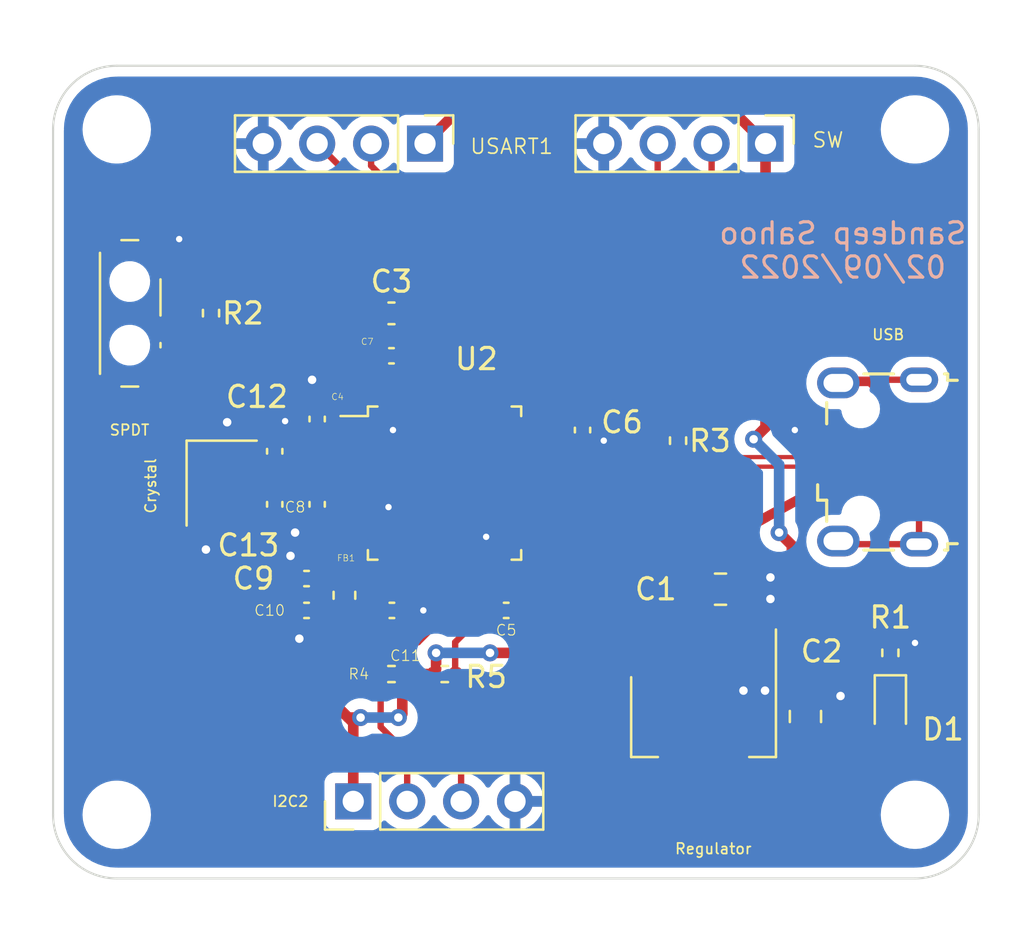
<source format=kicad_pcb>
(kicad_pcb (version 20211014) (generator pcbnew)
  (title_block (date "5/09/2022"))
  (layers (0 "F.Cu" signal) (31 "B.Cu" power) (34 "B.Paste" user) (35 "F.Paste" user) (36 "B.SilkS" user "B.Silkscreen") (37 "F.SilkS" user "F.Silkscreen") (38 "B.Mask" user) (39 "F.Mask" user) (44 "Edge.Cuts" user))
  (net 0 "")
  (net 1 "VBUS")
  (net 2 "GND")
  (net 3 "+3.3V")
  (net 4 "+3.3VA")
  (net 5 "/NRST")
  (net 6 "/HSE_IN")
  (net 7 "/HSE_OUT")
  (net 8 "/power led cathode")
  (net 9 "/USART1_TX")
  (net 10 "/USARTI_RX")
  (net 11 "/I2C2_SCL")
  (net 12 "/I2C2_SDA")
  (net 13 "/SWDIO")
  (net 14 "/SWCLK")
  (net 15 "/USB_D-")
  (net 16 "/USB_D+")
  (net 17 "/SWITCH_BOOT0")
  (net 18 "/BOOT0")
  (net 47 "unconnected-(J1-Pad6)")
  (footprint "Capacitor_SMD:C_0402_1005Metric" (layer "F.Cu") (at 127.24 91.848 90)
    (fp_text reference "C4" (at 1.048 0.96) (layer "F.SilkS") (effects (font (size 0.3 0.3) (thickness 0.03))))
    (fp_text value "100n")
    (fp_line (start -0.107836 0.36) (end 0.107836 0.36) (layer "F.SilkS") (width 0.12))
    (fp_line (start -0.107836 -0.36) (end 0.107836 -0.36) (layer "F.SilkS") (width 0.12))
    (pad "1" smd roundrect (at -0.48 0 90) (size 0.56 0.62) (layers "F.Cu" "F.Paste" "F.Mask") (net 3 "+3.3V"))
    (pad "2" smd roundrect (at 0.48 0 90) (size 0.56 0.62) (layers "F.Cu" "F.Paste" "F.Mask") (net 2 "GND"))
  )
  (footprint "MountingHole:MountingHole_2.2mm_M2" (layer "F.Cu") (at 117.8 110.5)
    (fp_text reference "H1")
    (fp_text value "MountingHole")
    (pad "" np_thru_hole circle (at 0 0) (size 2.2 2.2) (drill 2.2) (layers F&B.Cu *.Mask))
  )
  (footprint "MountingHole:MountingHole_2.2mm_M2" (layer "F.Cu") (at 155.4 78.2)
    (fp_text reference "H3")
    (fp_text value "MountingHole")
    (pad "" np_thru_hole circle (at 0 0) (size 2.2 2.2) (drill 2.2) (layers F&B.Cu *.Mask))
  )
  (footprint "Connector_PinHeader_2.54mm:PinHeader_1x04_P2.54mm_Vertical" (layer "F.Cu") (at 128.94 109.868 90)
    (fp_text reference "I2C2" (at 0 -2.96 180) (layer "F.SilkS") (effects (font (size 0.5 0.5) (thickness 0.08))))
    (fp_text value "Conn_01x04_Male")
    (fp_line (start -1.33 1.27) (end 1.33 1.27) (layer "F.SilkS") (width 0.12))
    (fp_line (start 1.33 1.27) (end 1.33 8.95) (layer "F.SilkS") (width 0.12))
    (fp_line (start -1.33 0) (end -1.33 -1.33) (layer "F.SilkS") (width 0.12))
    (fp_line (start -1.33 1.27) (end -1.33 8.95) (layer "F.SilkS") (width 0.12))
    (fp_line (start -1.33 8.95) (end 1.33 8.95) (layer "F.SilkS") (width 0.12))
    (fp_line (start -1.33 -1.33) (end 0 -1.33) (layer "F.SilkS") (width 0.12))
    (pad "1" thru_hole rect (at 0 0 90) (size 1.7 1.7) (drill 1) (layers *.Cu *.Mask) (net 3 "+3.3V"))
    (pad "2" thru_hole oval (at 0 2.54 90) (size 1.7 1.7) (drill 1) (layers *.Cu *.Mask) (net 11 "/I2C2_SCL"))
    (pad "3" thru_hole oval (at 0 5.08 90) (size 1.7 1.7) (drill 1) (layers *.Cu *.Mask) (net 12 "/I2C2_SDA"))
    (pad "4" thru_hole oval (at 0 7.62 90) (size 1.7 1.7) (drill 1) (layers *.Cu *.Mask) (net 2 "GND"))
  )
  (footprint "MountingHole:MountingHole_2.2mm_M2" (layer "F.Cu") (at 117.8 78.2)
    (fp_text reference "H4")
    (fp_text value "MountingHole")
    (pad "" np_thru_hole circle (at 0 0) (size 2.2 2.2) (drill 2.2) (layers *.Cu *.Mask))
  )
  (footprint "Capacitor_SMD:C_0402_1005Metric" (layer "F.Cu") (at 127.24 95.868 90)
    (fp_text reference "C8" (at -0.132 -1.04 180) (layer "F.SilkS") (effects (font (size 0.5 0.5) (thickness 0.05))))
    (fp_text value "10n")
    (fp_line (start -0.107836 -0.36) (end 0.107836 -0.36) (layer "F.SilkS") (width 0.12))
    (fp_line (start -0.107836 0.36) (end 0.107836 0.36) (layer "F.SilkS") (width 0.12))
    (pad "1" smd roundrect (at -0.48 0 90) (size 0.56 0.62) (layers "F.Cu" "F.Paste" "F.Mask") (net 4 "+3.3VA"))
    (pad "2" smd roundrect (at 0.48 0 90) (size 0.56 0.62) (layers "F.Cu" "F.Paste" "F.Mask") (net 2 "GND"))
  )
  (footprint "Capacitor_SMD:C_0805_2012Metric" (layer "F.Cu") (at 150.24 105.868 90)
    (fp_text reference "C2" (at 3.068 0.76 180) (layer "F.SilkS"))
    (fp_text value "20u")
    (fp_line (start -0.261252 0.735) (end 0.261252 0.735) (layer "F.SilkS") (width 0.12))
    (fp_line (start -0.261252 -0.735) (end 0.261252 -0.735) (layer "F.SilkS") (width 0.12))
    (pad "1" smd roundrect (at -0.95 0 90) (size 1 1.45) (layers "F.Cu" "F.Paste" "F.Mask") (net 3 "+3.3V"))
    (pad "2" smd roundrect (at 0.95 0 90) (size 1 1.45) (layers "F.Cu" "F.Paste" "F.Mask") (net 2 "GND"))
  )
  (footprint "Capacitor_SMD:C_0402_1005Metric" (layer "F.Cu") (at 139.74 92.368 -90)
    (fp_text reference "C6" (at -0.368 -1.86) (layer "F.SilkS"))
    (fp_text value "100n")
    (fp_line (start -0.107836 -0.36) (end 0.107836 -0.36) (layer "F.SilkS") (width 0.12))
    (fp_line (start -0.107836 0.36) (end 0.107836 0.36) (layer "F.SilkS") (width 0.12))
    (pad "1" smd roundrect (at -0.48 0 270) (size 0.56 0.62) (layers "F.Cu" "F.Paste" "F.Mask") (net 3 "+3.3V"))
    (pad "2" smd roundrect (at 0.48 0 270) (size 0.56 0.62) (layers "F.Cu" "F.Paste" "F.Mask") (net 2 "GND"))
  )
  (footprint "Capacitor_SMD:C_0402_1005Metric" (layer "F.Cu") (at 130.74 88.868)
    (fp_text reference "C7" (at -1.14 -0.668) (layer "F.SilkS") (effects (font (size 0.3 0.3) (thickness 0.03))))
    (fp_text value "100n")
    (fp_line (start -0.107836 0.36) (end 0.107836 0.36) (layer "F.SilkS") (width 0.12))
    (fp_line (start -0.107836 -0.36) (end 0.107836 -0.36) (layer "F.SilkS") (width 0.12))
    (pad "1" smd roundrect (at -0.48 0) (size 0.56 0.62) (layers "F.Cu" "F.Paste" "F.Mask") (net 3 "+3.3V"))
    (pad "2" smd roundrect (at 0.48 0) (size 0.56 0.62) (layers "F.Cu" "F.Paste" "F.Mask") (net 2 "GND"))
  )
  (footprint "Resistor_SMD:R_0402_1005Metric" (layer "F.Cu") (at 122.24 86.858 90)
    (fp_text reference "R2" (at -0.01 1.5) (layer "F.SilkS"))
    (fp_text value "10k")
    (fp_line (start -0.153641 0.38) (end 0.153641 0.38) (layer "F.SilkS") (width 0.12))
    (fp_line (start -0.153641 -0.38) (end 0.153641 -0.38) (layer "F.SilkS") (width 0.12))
    (pad "1" smd roundrect (at -0.51 0 90) (size 0.54 0.64) (layers "F.Cu" "F.Paste" "F.Mask") (net 17 "/SWITCH_BOOT0"))
    (pad "2" smd roundrect (at 0.51 0 90) (size 0.54 0.64) (layers "F.Cu" "F.Paste" "F.Mask") (net 18 "/BOOT0"))
  )
  (footprint "Capacitor_SMD:C_0805_2012Metric" (layer "F.Cu") (at 146.24 99.868)
    (fp_text reference "C1" (at -3.05 0) (layer "F.SilkS"))
    (fp_text value "20u")
    (fp_line (start -0.261252 -0.735) (end 0.261252 -0.735) (layer "F.SilkS") (width 0.12))
    (fp_line (start -0.261252 0.735) (end 0.261252 0.735) (layer "F.SilkS") (width 0.12))
    (pad "1" smd roundrect (at -0.95 0) (size 1 1.45) (layers "F.Cu" "F.Paste" "F.Mask") (net 1 "VBUS"))
    (pad "2" smd roundrect (at 0.95 0) (size 1 1.45) (layers "F.Cu" "F.Paste" "F.Mask") (net 2 "GND"))
  )
  (footprint "Resistor_SMD:R_0402_1005Metric" (layer "F.Cu") (at 144.24 92.868 -90)
    (fp_text reference "R3" (at 0.01 -1.5) (layer "F.SilkS"))
    (fp_text value "1.5")
    (fp_line (start -0.153641 -0.38) (end 0.153641 -0.38) (layer "F.SilkS") (width 0.12))
    (fp_line (start -0.153641 0.38) (end 0.153641 0.38) (layer "F.SilkS") (width 0.12))
    (pad "1" smd roundrect (at -0.51 0 270) (size 0.54 0.64) (layers "F.Cu" "F.Paste" "F.Mask") (net 3 "+3.3V"))
    (pad "2" smd roundrect (at 0.51 0 270) (size 0.54 0.64) (layers "F.Cu" "F.Paste" "F.Mask") (net 16 "/USB_D+"))
  )
  (footprint "Capacitor_SMD:C_0402_1005Metric" (layer "F.Cu") (at 126.74 100.868 180)
    (fp_text reference "C10" (at 1.74 0) (layer "F.SilkS") (effects (font (size 0.5 0.5) (thickness 0.05))))
    (fp_text value "1u")
    (fp_line (start -0.107836 0.36) (end 0.107836 0.36) (layer "F.SilkS") (width 0.12))
    (fp_line (start -0.107836 -0.36) (end 0.107836 -0.36) (layer "F.SilkS") (width 0.12))
    (pad "1" smd roundrect (at -0.48 0 180) (size 0.56 0.62) (layers "F.Cu" "F.Paste" "F.Mask") (net 3 "+3.3V"))
    (pad "2" smd roundrect (at 0.48 0 180) (size 0.56 0.62) (layers "F.Cu" "F.Paste" "F.Mask") (net 2 "GND"))
  )
  (footprint "Connector_USB:USB_Micro-B_Wuerth_629105150521" (layer "F.Cu") (at 153.64 93.873 90)
    (fp_text reference "USB" (at 6 0.5 180) (layer "F.SilkS") (effects (font (size 0.5 0.5) (thickness 0.08))))
    (fp_text value "USB_B_Micro")
    (fp_line (start 4.15 3.3) (end 4.15 3.15) (layer "F.SilkS") (width 0.15))
    (fp_line (start -4.15 3.3) (end -3.85 3.3) (layer "F.SilkS") (width 0.15))
    (fp_line (start -3.85 3.3) (end -3.85 3.75) (layer "F.SilkS") (width 0.15))
    (fp_line (start 4.15 0.75) (end 4.15 -0.65) (layer "F.SilkS") (width 0.15))
    (fp_line (start 1.8 -2.4) (end 2.8 -2.4) (layer "F.SilkS") (width 0.15))
    (fp_line (start -1.8 -2.825) (end -1.8 -2.4) (layer "F.SilkS") (width 0.15))
    (fp_line (start 3.85 3.3) (end 4.15 3.3) (layer "F.SilkS") (width 0.15))
    (fp_line (start -1.8 -2.4) (end -2.8 -2.4) (layer "F.SilkS") (width 0.15))
    (fp_line (start -1.075 -2.825) (end -1.8 -2.825) (layer "F.SilkS") (width 0.15))
    (fp_line (start 3.85 3.75) (end 3.85 3.3) (layer "F.SilkS") (width 0.15))
    (fp_line (start -4.15 -0.65) (end -4.15 0.75) (layer "F.SilkS") (width 0.15))
    (fp_line (start -4.15 3.15) (end -4.15 3.3) (layer "F.SilkS") (width 0.15))
    (pad "" np_thru_hole oval (at -2.5 -0.8 90) (size 0.8 0.8) (drill 0.8) (layers *.Cu *.Mask))
    (pad "" np_thru_hole oval (at 2.5 -0.8 90) (size 0.8 0.8) (drill 0.8) (layers *.Cu *.Mask))
    (pad "1" smd rect (at -1.3 -1.9 90) (size 0.45 1.3) (layers "F.Cu" "F.Paste" "F.Mask") (net 1 "VBUS"))
    (pad "2" smd rect (at -0.65 -1.9 90) (size 0.45 1.3) (layers "F.Cu" "F.Paste" "F.Mask") (net 15 "/USB_D-"))
    (pad "3" smd rect (at 0 -1.9 90) (size 0.45 1.3) (layers "F.Cu" "F.Paste" "F.Mask") (net 16 "/USB_D+"))
    (pad "4" smd rect (at 0.65 -1.9 90) (size 0.45 1.3) (layers "F.Cu" "F.Paste" "F.Mask"))
    (pad "5" smd rect (at 1.3 -1.9 90) (size 0.45 1.3) (layers "F.Cu" "F.Paste" "F.Mask") (net 2 "GND"))
    (pad "6" thru_hole oval (at -3.875 1.95 90) (size 1.15 1.8) (drill oval 0.55 1.2) (layers *.Cu *.Mask) (net 47 "unconnected-(J1-Pad6)"))
    (pad "6" thru_hole oval (at 3.875 1.95 90) (size 1.15 1.8) (drill oval 0.55 1.2) (layers *.Cu *.Mask) (net 47 "unconnected-(J1-Pad6)"))
    (pad "6" thru_hole oval (at -3.725 -1.85 90) (size 1.45 2) (drill oval 0.85 1.4) (layers *.Cu *.Mask) (net 47 "unconnected-(J1-Pad6)"))
    (pad "6" thru_hole oval (at 3.725 -1.85 90) (size 1.45 2) (drill oval 0.85 1.4) (layers *.Cu *.Mask) (net 47 "unconnected-(J1-Pad6)"))
  )
  (footprint "Capacitor_SMD:C_0402_1005Metric" (layer "F.Cu") (at 125.24 93.368 90)
    (fp_text reference "C12" (at 2.568 -0.84 180) (layer "F.SilkS"))
    (fp_text value "10p")
    (fp_line (start -0.107836 0.36) (end 0.107836 0.36) (layer "F.SilkS") (width 0.12))
    (fp_line (start -0.107836 -0.36) (end 0.107836 -0.36) (layer "F.SilkS") (width 0.12))
    (pad "1" smd roundrect (at -0.48 0 90) (size 0.56 0.62) (layers "F.Cu" "F.Paste" "F.Mask") (net 6 "/HSE_IN"))
    (pad "2" smd roundrect (at 0.48 0 90) (size 0.56 0.62) (layers "F.Cu" "F.Paste" "F.Mask") (net 2 "GND"))
  )
  (footprint "Connector_PinHeader_2.54mm:PinHeader_1x04_P2.54mm_Vertical" (layer "F.Cu") (at 132.32 78.868 -90)
    (fp_text reference "USART1" (at 0.132 -4.08 180) (layer "F.SilkS") (effects (font (size 0.7 0.7) (thickness 0.08))))
    (fp_text value "Conn_01x04_Male")
    (fp_line (start -1.33 1.27) (end 1.33 1.27) (layer "F.SilkS") (width 0.12))
    (fp_line (start -1.33 -1.33) (end 0 -1.33) (layer "F.SilkS") (width 0.12))
    (fp_line (start -1.33 8.95) (end 1.33 8.95) (layer "F.SilkS") (width 0.12))
    (fp_line (start 1.33 1.27) (end 1.33 8.95) (layer "F.SilkS") (width 0.12))
    (fp_line (start -1.33 1.27) (end -1.33 8.95) (layer "F.SilkS") (width 0.12))
    (fp_line (start -1.33 0) (end -1.33 -1.33) (layer "F.SilkS") (width 0.12))
    (pad "1" thru_hole rect (at 0 0 270) (size 1.7 1.7) (drill 1) (layers *.Cu *.Mask) (net 3 "+3.3V"))
    (pad "2" thru_hole oval (at 0 2.54 270) (size 1.7 1.7) (drill 1) (layers *.Cu *.Mask) (net 9 "/USART1_TX"))
    (pad "3" thru_hole oval (at 0 5.08 270) (size 1.7 1.7) (drill 1) (layers *.Cu *.Mask) (net 10 "/USARTI_RX"))
    (pad "4" thru_hole oval (at 0 7.62 270) (size 1.7 1.7) (drill 1) (layers *.Cu *.Mask) (net 2 "GND"))
  )
  (footprint "MountingHole:MountingHole_2.2mm_M2" (layer "F.Cu") (at 155.4 110.5)
    (fp_text reference "H2")
    (fp_text value "MountingHole")
    (pad "" np_thru_hole circle (at 0 0) (size 2.2 2.2) (drill 2.2) (layers F&B.Cu *.Mask))
  )
  (footprint "Resistor_SMD:R_0402_1005Metric" (layer "F.Cu") (at 133.25 103.868)
    (fp_text reference "R5" (at 1.95 0.132) (layer "F.SilkS"))
    (fp_text value "1.5")
    (fp_line (start -0.153641 0.38) (end 0.153641 0.38) (layer "F.SilkS") (width 0.12))
    (fp_line (start -0.153641 -0.38) (end 0.153641 -0.38) (layer "F.SilkS") (width 0.12))
    (pad "1" smd roundrect (at -0.51 0) (size 0.54 0.64) (layers "F.Cu" "F.Paste" "F.Mask") (net 3 "+3.3V"))
    (pad "2" smd roundrect (at 0.51 0) (size 0.54 0.64) (layers "F.Cu" "F.Paste" "F.Mask") (net 12 "/I2C2_SDA"))
  )
  (footprint "Capacitor_SMD:C_0603_1608Metric" (layer "F.Cu") (at 130.74 86.868)
    (fp_text reference "C3" (at 0 -1.5) (layer "F.SilkS"))
    (fp_text value "10u")
    (fp_line (start -0.14058 -0.51) (end 0.14058 -0.51) (layer "F.SilkS") (width 0.12))
    (fp_line (start -0.14058 0.51) (end 0.14058 0.51) (layer "F.SilkS") (width 0.12))
    (pad "1" smd roundrect (at -0.775 0) (size 0.9 0.95) (layers "F.Cu" "F.Paste" "F.Mask") (net 3 "+3.3V"))
    (pad "2" smd roundrect (at 0.775 0) (size 0.9 0.95) (layers "F.Cu" "F.Paste" "F.Mask") (net 2 "GND"))
  )
  (footprint "Capacitor_SMD:C_0402_1005Metric" (layer "F.Cu") (at 136.144 100.868 180)
    (fp_text reference "C5" (at 0 -0.932 180) (layer "F.SilkS") (effects (font (size 0.5 0.5) (thickness 0.05))))
    (fp_text value "100n")
    (fp_line (start -0.107836 -0.36) (end 0.107836 -0.36) (layer "F.SilkS") (width 0.12))
    (fp_line (start -0.107836 0.36) (end 0.107836 0.36) (layer "F.SilkS") (width 0.12))
    (pad "1" smd roundrect (at -0.48 0 180) (size 0.56 0.62) (layers "F.Cu" "F.Paste" "F.Mask") (net 3 "+3.3V"))
    (pad "2" smd roundrect (at 0.48 0 180) (size 0.56 0.62) (layers "F.Cu" "F.Paste" "F.Mask") (net 2 "GND"))
  )
  (footprint "Package_TO_SOT_SMD:SOT-223-3_TabPin2" (layer "F.Cu") (at 145.44 105.868 -90)
    (fp_text reference "Regulator" (at 6.232 -0.46 180) (layer "F.SilkS") (effects (font (size 0.5 0.5) (thickness 0.08))))
    (fp_text value "AMS1117-3.3")
    (fp_line (start 1.91 -3.41) (end 1.91 -2.15) (layer "F.SilkS") (width 0.12))
    (fp_line (start -1.85 3.41) (end 1.91 3.41) (layer "F.SilkS") (width 0.12))
    (fp_line (start 1.91 3.41) (end 1.91 2.15) (layer "F.SilkS") (width 0.12))
    (fp_line (start -4.1 -3.41) (end 1.91 -3.41) (layer "F.SilkS") (width 0.12))
    (pad "1" smd rect (at -3.15 -2.3 270) (size 2 1.5) (layers "F.Cu" "F.Paste" "F.Mask") (net 2 "GND"))
    (pad "2" smd rect (at -3.15 0 270) (size 2 1.5) (layers "F.Cu" "F.Paste" "F.Mask") (net 3 "+3.3V"))
    (pad "2" smd rect (at 3.15 0 270) (size 2 3.8) (layers "F.Cu" "F.Paste" "F.Mask") (net 3 "+3.3V"))
    (pad "3" smd rect (at -3.15 2.3 270) (size 2 1.5) (layers "F.Cu" "F.Paste" "F.Mask") (net 1 "VBUS"))
  )
  (footprint "Capacitor_SMD:C_0402_1005Metric" (layer "F.Cu") (at 130.76 100.868)
    (fp_text reference "C11" (at 0.64 2.132) (layer "F.SilkS") (effects (font (size 0.5 0.5) (thickness 0.05))))
    (fp_text value "100n")
    (fp_line (start -0.107836 -0.36) (end 0.107836 -0.36) (layer "F.SilkS") (width 0.12))
    (fp_line (start -0.107836 0.36) (end 0.107836 0.36) (layer "F.SilkS") (width 0.12))
    (pad "1" smd roundrect (at -0.48 0) (size 0.56 0.62) (layers "F.Cu" "F.Paste" "F.Mask") (net 5 "/NRST"))
    (pad "2" smd roundrect (at 0.48 0) (size 0.56 0.62) (layers "F.Cu" "F.Paste" "F.Mask") (net 2 "GND"))
  )
  (footprint "Package_QFP:LQFP-48_7x7mm_P0.5mm" (layer "F.Cu") (at 133.24 94.868)
    (fp_text reference "U2" (at 1.5 -5.85) (layer "F.SilkS"))
    (fp_text value "STM32F103C8T6")
    (fp_line (start -3.61 -3.61) (end -3.61 -3.16) (layer "F.SilkS") (width 0.12))
    (fp_line (start -3.16 -3.61) (end -3.61 -3.61) (layer "F.SilkS") (width 0.12))
    (fp_line (start 3.61 3.61) (end 3.61 3.16) (layer "F.SilkS") (width 0.12))
    (fp_line (start 3.16 -3.61) (end 3.61 -3.61) (layer "F.SilkS") (width 0.12))
    (fp_line (start -3.61 -3.16) (end -4.9 -3.16) (layer "F.SilkS") (width 0.12))
    (fp_line (start 3.61 -3.61) (end 3.61 -3.16) (layer "F.SilkS") (width 0.12))
    (fp_line (start 3.16 3.61) (end 3.61 3.61) (layer "F.SilkS") (width 0.12))
    (fp_line (start -3.61 3.61) (end -3.61 3.16) (layer "F.SilkS") (width 0.12))
    (fp_line (start -3.16 3.61) (end -3.61 3.61) (layer "F.SilkS") (width 0.12))
    (pad "1" smd roundrect (at -4.1625 -2.75) (size 1.475 0.3) (layers "F.Cu" "F.Paste" "F.Mask") (net 3 "+3.3V"))
    (pad "2" smd roundrect (at -4.1625 -2.25) (size 1.475 0.3) (layers "F.Cu" "F.Paste" "F.Mask"))
    (pad "3" smd roundrect (at -4.1625 -1.75) (size 1.475 0.3) (layers "F.Cu" "F.Paste" "F.Mask"))
    (pad "4" smd roundrect (at -4.1625 -1.25) (size 1.475 0.3) (layers "F.Cu" "F.Paste" "F.Mask"))
    (pad "5" smd roundrect (at -4.1625 -0.75) (size 1.475 0.3) (layers "F.Cu" "F.Paste" "F.Mask") (net 6 "/HSE_IN"))
    (pad "6" smd roundrect (at -4.1625 -0.25) (size 1.475 0.3) (layers "F.Cu" "F.Paste" "F.Mask") (net 7 "/HSE_OUT"))
    (pad "7" smd roundrect (at -4.1625 0.25) (size 1.475 0.3) (layers "F.Cu" "F.Paste" "F.Mask") (net 5 "/NRST"))
    (pad "8" smd roundrect (at -4.1625 0.75) (size 1.475 0.3) (layers "F.Cu" "F.Paste" "F.Mask") (net 2 "GND"))
    (pad "9" smd roundrect (at -4.1625 1.25) (size 1.475 0.3) (layers "F.Cu" "F.Paste" "F.Mask") (net 4 "+3.3VA"))
    (pad "10" smd roundrect (at -4.1625 1.75) (size 1.475 0.3) (layers "F.Cu" "F.Paste" "F.Mask"))
    (pad "11" smd roundrect (at -4.1625 2.25) (size 1.475 0.3) (layers "F.Cu" "F.Paste" "F.Mask"))
    (pad "12" smd roundrect (at -4.1625 2.75) (size 1.475 0.3) (layers "F.Cu" "F.Paste" "F.Mask"))
    (pad "13" smd roundrect (at -2.75 4.1625) (size 0.3 1.475) (layers "F.Cu" "F.Paste" "F.Mask"))
    (pad "14" smd roundrect (at -2.25 4.1625) (size 0.3 1.475) (layers "F.Cu" "F.Paste" "F.Mask"))
    (pad "15" smd roundrect (at -1.75 4.1625) (size 0.3 1.475) (layers "F.Cu" "F.Paste" "F.Mask"))
    (pad "16" smd roundrect (at -1.25 4.1625) (size 0.3 1.475) (layers "F.Cu" "F.Paste" "F.Mask"))
    (pad "17" smd roundrect (at -0.75 4.1625) (size 0.3 1.475) (layers "F.Cu" "F.Paste" "F.Mask"))
    (pad "18" smd roundrect (at -0.25 4.1625) (size 0.3 1.475) (layers "F.Cu" "F.Paste" "F.Mask"))
    (pad "19" smd roundrect (at 0.25 4.1625) (size 0.3 1.475) (layers "F.Cu" "F.Paste" "F.Mask"))
    (pad "20" smd roundrect (at 0.75 4.1625) (size 0.3 1.475) (layers "F.Cu" "F.Paste" "F.Mask"))
    (pad "21" smd roundrect (at 1.25 4.1625) (size 0.3 1.475) (layers "F.Cu" "F.Paste" "F.Mask") (net 11 "/I2C2_SCL"))
    (pad "22" smd roundrect (at 1.75 4.1625) (size 0.3 1.475) (layers "F.Cu" "F.Paste" "F.Mask") (net 12 "/I2C2_SDA"))
    (pad "23" smd roundrect (at 2.25 4.1625) (size 0.3 1.475) (layers "F.Cu" "F.Paste" "F.Mask") (net 2 "GND"))
    (pad "24" smd roundrect (at 2.75 4.1625) (size 0.3 1.475) (layers "F.Cu" "F.Paste" "F.Mask") (net 3 "+3.3V"))
    (pad "25" smd roundrect (at 4.1625 2.75) (size 1.475 0.3) (layers "F.Cu" "F.Paste" "F.Mask"))
    (pad "26" smd roundrect (at 4.1625 2.25) (size 1.475 0.3) (layers "F.Cu" "F.Paste" "F.Mask"))
    (pad "27" smd roundrect (at 4.1625 1.75) (size 1.475 0.3) (layers "F.Cu" "F.Paste" "F.Mask"))
    (pad "28" smd roundrect (at 4.1625 1.25) (size 1.475 0.3) (layers "F.Cu" "F.Paste" "F.Mask"))
    (pad "29" smd roundrect (at 4.1625 0.75) (size 1.475 0.3) (layers "F.Cu" "F.Paste" "F.Mask"))
    (pad "30" smd roundrect (at 4.1625 0.25) (size 1.475 0.3) (layers "F.Cu" "F.Paste" "F.Mask"))
    (pad "31" smd roundrect (at 4.1625 -0.25) (size 1.475 0.3) (layers "F.Cu" "F.Paste" "F.Mask"))
    (pad "32" smd roundrect (at 4.1625 -0.75) (size 1.475 0.3) (layers "F.Cu" "F.Paste" "F.Mask") (net 15 "/USB_D-"))
    (pad "33" smd roundrect (at 4.1625 -1.25) (size 1.475 0.3) (layers "F.Cu" "F.Paste" "F.Mask") (net 16 "/USB_D+"))
    (pad "34" smd roundrect (at 4.1625 -1.75) (size 1.475 0.3) (layers "F.Cu" "F.Paste" "F.Mask") (net 13 "/SWDIO"))
    (pad "35" smd roundrect (at 4.1625 -2.25) (size 1.475 0.3) (layers "F.Cu" "F.Paste" "F.Mask") (net 2 "GND"))
    (pad "36" smd roundrect (at 4.1625 -2.75) (size 1.475 0.3) (layers "F.Cu" "F.Paste" "F.Mask") (net 3 "+3.3V"))
    (pad "37" smd roundrect (at 2.75 -4.1625) (size 0.3 1.475) (layers "F.Cu" "F.Paste" "F.Mask") (net 14 "/SWCLK"))
    (pad "38" smd roundrect (at 2.25 -4.1625) (size 0.3 1.475) (layers "F.Cu" "F.Paste" "F.Mask"))
    (pad "39" smd roundrect (at 1.75 -4.1625) (size 0.3 1.475) (layers "F.Cu" "F.Paste" "F.Mask"))
    (pad "40" smd roundrect (at 1.25 -4.1625) (size 0.3 1.475) (layers "F.Cu" "F.Paste" "F.Mask"))
    (pad "41" smd roundrect (at 0.75 -4.1625) (size 0.3 1.475) (layers "F.Cu" "F.Paste" "F.Mask"))
    (pad "42" smd roundrect (at 0.25 -4.1625) (size 0.3 1.475) (layers "F.Cu" "F.Paste" "F.Mask") (net 9 "/USART1_TX"))
    (pad "43" smd roundrect (at -0.25 -4.1625) (size 0.3 1.475) (layers "F.Cu" "F.Paste" "F.Mask") (net 10 "/USARTI_RX"))
    (pad "44" smd roundrect (at -0.75 -4.1625) (size 0.3 1.475) (layers "F.Cu" "F.Paste" "F.Mask") (net 18 "/BOOT0"))
    (pad "45" smd roundrect (at -1.25 -4.1625) (size 0.3 1.475) (layers "F.Cu" "F.Paste" "F.Mask"))
    (pad "46" smd roundrect (at -1.75 -4.1625) (size 0.3 1.475) (layers "F.Cu" "F.Paste" "F.Mask"))
    (pad "47" smd roundrect (at -2.25 -4.1625) (size 0.3 1.475) (layers "F.Cu" "F.Paste" "F.Mask") (net 2 "GND"))
    (pad "48" smd roundrect (at -2.75 -4.1625) (size 0.3 1.475) (layers "F.Cu" "F.Paste" "F.Mask") (net 3 "+3.3V"))
  )
  (footprint "Resistor_SMD:R_0402_1005Metric" (layer "F.Cu") (at 130.74 103.868 180)
    (fp_text reference "R4" (at 1.54 0) (layer "F.SilkS") (effects (font (size 0.5 0.5) (thickness 0.05))))
    (fp_text value "1.5")
    (fp_line (start -0.153641 -0.38) (end 0.153641 -0.38) (layer "F.SilkS") (width 0.12))
    (fp_line (start -0.153641 0.38) (end 0.153641 0.38) (layer "F.SilkS") (width 0.12))
    (pad "1" smd roundrect (at -0.51 0 180) (size 0.54 0.64) (layers "F.Cu" "F.Paste" "F.Mask") (net 3 "+3.3V"))
    (pad "2" smd roundrect (at 0.51 0 180) (size 0.54 0.64) (layers "F.Cu" "F.Paste" "F.Mask") (net 11 "/I2C2_SCL"))
  )
  (footprint "Connector_PinHeader_2.54mm:PinHeader_1x04_P2.54mm_Vertical" (layer "F.Cu") (at 148.36 78.868 -90)
    (fp_text reference "SW" (at -0.168 -2.94 180) (layer "F.SilkS") (effects (font (size 0.7 0.7) (thickness 0.08))))
    (fp_text value "Conn_01x04_Male")
    (fp_line (start -1.33 8.95) (end 1.33 8.95) (layer "F.SilkS") (width 0.12))
    (fp_line (start -1.33 -1.33) (end 0 -1.33) (layer "F.SilkS") (width 0.12))
    (fp_line (start -1.33 1.27) (end -1.33 8.95) (layer "F.SilkS") (width 0.12))
    (fp_line (start 1.33 1.27) (end 1.33 8.95) (layer "F.SilkS") (width 0.12))
    (fp_line (start -1.33 0) (end -1.33 -1.33) (layer "F.SilkS") (width 0.12))
    (fp_line (start -1.33 1.27) (end 1.33 1.27) (layer "F.SilkS") (width 0.12))
    (pad "1" thru_hole rect (at 0 0 270) (size 1.7 1.7) (drill 1) (layers *.Cu *.Mask) (net 3 "+3.3V"))
    (pad "2" thru_hole oval (at 0 2.54 270) (size 1.7 1.7) (drill 1) (layers *.Cu *.Mask) (net 13 "/SWDIO"))
    (pad "3" thru_hole oval (at 0 5.08 270) (size 1.7 1.7) (drill 1) (layers *.Cu *.Mask) (net 14 "/SWCLK"))
    (pad "4" thru_hole oval (at 0 7.62 270) (size 1.7 1.7) (drill 1) (layers *.Cu *.Mask) (net 2 "GND"))
  )
  (footprint "LED_SMD:LED_0603_1608Metric" (layer "F.Cu") (at 154.24 105.41 -90)
    (fp_text reference "D1" (at 1.066 -2.478 180) (layer "F.SilkS"))
    (fp_text value "RED")
    (fp_line (start 0.8 -0.735) (end -1.485 -0.735) (layer "F.SilkS") (width 0.12))
    (fp_line (start -1.485 -0.735) (end -1.485 0.735) (layer "F.SilkS") (width 0.12))
    (fp_line (start -1.485 0.735) (end 0.8 0.735) (layer "F.SilkS") (width 0.12))
    (pad "1" smd roundrect (at -0.7875 0 270) (size 0.875 0.95) (layers "F.Cu" "F.Paste" "F.Mask") (net 8 "/power led cathode"))
    (pad "2" smd roundrect (at 0.7875 0 270) (size 0.875 0.95) (layers "F.Cu" "F.Paste" "F.Mask") (net 3 "+3.3V"))
  )
  (footprint "Capacitor_SMD:C_0402_1005Metric" (layer "F.Cu") (at 126.74 99.368 180)
    (fp_text reference "C9" (at 2.5 0) (layer "F.SilkS"))
    (fp_text value "1u")
    (fp_line (start -0.107836 -0.36) (end 0.107836 -0.36) (layer "F.SilkS") (width 0.12))
    (fp_line (start -0.107836 0.36) (end 0.107836 0.36) (layer "F.SilkS") (width 0.12))
    (pad "1" smd roundrect (at -0.48 0 180) (size 0.56 0.62) (layers "F.Cu" "F.Paste" "F.Mask") (net 4 "+3.3VA"))
    (pad "2" smd roundrect (at 0.48 0 180) (size 0.56 0.62) (layers "F.Cu" "F.Paste" "F.Mask") (net 2 "GND"))
  )
  (footprint "Resistor_SMD:R_0402_1005Metric" (layer "F.Cu") (at 154.24 102.868 90)
    (fp_text reference "R1" (at 1.668 0 180) (layer "F.SilkS"))
    (fp_text value "1.5")
    (fp_line (start -0.153641 0.38) (end 0.153641 0.38) (layer "F.SilkS") (width 0.12))
    (fp_line (start -0.153641 -0.38) (end 0.153641 -0.38) (layer "F.SilkS") (width 0.12))
    (pad "1" smd roundrect (at -0.51 0 90) (size 0.54 0.64) (layers "F.Cu" "F.Paste" "F.Mask") (net 8 "/power led cathode"))
    (pad "2" smd roundrect (at 0.51 0 90) (size 0.54 0.64) (layers "F.Cu" "F.Paste" "F.Mask") (net 2 "GND"))
  )
  (footprint "Inductor_SMD:L_0603_1608Metric" (layer "F.Cu") (at 128.524 100.1555 90)
    (fp_text reference "FB1" (at 1.7555 0.076) (layer "F.SilkS") (effects (font (size 0.3 0.3) (thickness 0.03))))
    (fp_text value "120R")
    (fp_line (start -0.162779 -0.51) (end 0.162779 -0.51) (layer "F.SilkS") (width 0.12))
    (fp_line (start -0.162779 0.51) (end 0.162779 0.51) (layer "F.SilkS") (width 0.12))
    (pad "1" smd roundrect (at -0.7875 0 90) (size 0.875 0.95) (layers "F.Cu" "F.Paste" "F.Mask") (net 3 "+3.3V"))
    (pad "2" smd roundrect (at 0.7875 0 90) (size 0.875 0.95) (layers "F.Cu" "F.Paste" "F.Mask") (net 4 "+3.3VA"))
  )
  (footprint "Crystal:Crystal_SMD_3225-4Pin_3.2x2.5mm" (layer "F.Cu") (at 122.74 94.868 -90)
    (fp_text reference "Crystal" (at 0.132 3.34 90) (layer "F.SilkS") (effects (font (size 0.5 0.5) (thickness 0.08))))
    (fp_text value "16MHz")
    (fp_line (start -2 1.65) (end 2 1.65) (layer "F.SilkS") (width 0.12))
    (fp_line (start -2 -1.65) (end -2 1.65) (layer "F.SilkS") (width 0.12))
    (pad "1" smd rect (at -1.1 0.85 270) (size 1.4 1.2) (layers "F.Cu" "F.Paste" "F.Mask") (net 6 "/HSE_IN"))
    (pad "2" smd rect (at 1.1 0.85 270) (size 1.4 1.2) (layers "F.Cu" "F.Paste" "F.Mask") (net 2 "GND"))
    (pad "3" smd rect (at 1.1 -0.85 270) (size 1.4 1.2) (layers "F.Cu" "F.Paste" "F.Mask") (net 7 "/HSE_OUT"))
    (pad "4" smd rect (at -1.1 -0.85 270) (size 1.4 1.2) (layers "F.Cu" "F.Paste" "F.Mask") (net 2 "GND"))
  )
  (footprint "Button_Switch_SMD:SW_SPDT_PCM12" (layer "F.Cu") (at 118.74 86.868 -90)
    (fp_text reference "SPDT" (at 5.5 0.34 180) (layer "F.SilkS") (effects (font (size 0.5 0.5) (thickness 0.08))))
    (fp_text value "SW_SPDT")
    (fp_line (start 3.45 0.72) (end 3.45 -0.07) (layer "F.SilkS") (width 0.12))
    (fp_line (start -3.45 -0.07) (end -3.45 0.72) (layer "F.SilkS") (width 0.12))
    (fp_line (start -1.6 -1.12) (end 0.1 -1.12) (layer "F.SilkS") (width 0.12))
    (fp_line (start -2.85 1.73) (end 2.85 1.73) (layer "F.SilkS") (width 0.12))
    (fp_line (start 1.4 -1.12) (end 1.6 -1.12) (layer "F.SilkS") (width 0.12))
    (pad "" np_thru_hole circle (at -1.5 0.33 270) (size 0.9 0.9) (drill 0.9) (layers *.Cu *.Mask))
    (pad "" smd rect (at 3.65 -0.78 270) (size 1 0.8) (layers "F.Cu" "F.Paste" "F.Mask"))
    (pad "" np_thru_hole circle (at 1.5 0.33 270) (size 0.9 0.9) (drill 0.9) (layers *.Cu *.Mask))
    (pad "" smd rect (at 3.65 1.43 270) (size 1 0.8) (layers "F.Cu" "F.Paste" "F.Mask"))
    (pad "" smd rect (at -3.65 -0.78 270) (size 1 0.8) (layers "F.Cu" "F.Paste" "F.Mask"))
    (pad "" smd rect (at -3.65 1.43 270) (size 1 0.8) (layers "F.Cu" "F.Paste" "F.Mask"))
    (pad "1" smd rect (at -2.25 -1.43 270) (size 0.7 1.5) (layers "F.Cu" "F.Paste" "F.Mask") (net 2 "GND"))
    (pad "2" smd rect (at 0.75 -1.43 270) (size 0.7 1.5) (layers "F.Cu" "F.Paste" "F.Mask") (net 17 "/SWITCH_BOOT0"))
    (pad "3" smd rect (at 2.25 -1.43 270) (size 0.7 1.5) (layers "F.Cu" "F.Paste" "F.Mask") (net 3 "+3.3V"))
  )
  (footprint "Capacitor_SMD:C_0402_1005Metric" (layer "F.Cu") (at 125.24 95.868 -90)
    (fp_text reference "C13" (at 1.932 1.24) (layer "F.SilkS"))
    (fp_text value "10p")
    (fp_line (start -0.107836 -0.36) (end 0.107836 -0.36) (layer "F.SilkS") (width 0.12))
    (fp_line (start -0.107836 0.36) (end 0.107836 0.36) (layer "F.SilkS") (width 0.12))
    (pad "1" smd roundrect (at -0.48 0 270) (size 0.56 0.62) (layers "F.Cu" "F.Paste" "F.Mask") (net 7 "/HSE_OUT"))
    (pad "2" smd roundrect (at 0.48 0 270) (size 0.56 0.62) (layers "F.Cu" "F.Paste" "F.Mask") (net 2 "GND"))
  )
  (gr_line (start 117.8 75.2) (end 155.4 75.2) (layer "Edge.Cuts") (width 0.1))
  (gr_arc (start 158.4 110.5) (mid 157.52132 112.62132) (end 155.4 113.5) (layer "Edge.Cuts") (width 0.1))
  (gr_arc (start 117.8 113.5) (mid 115.67868 112.62132) (end 114.8 110.5) (layer "Edge.Cuts") (width 0.1))
  (gr_arc (start 114.8 78.2) (mid 115.67868 76.07868) (end 117.8 75.2) (layer "Edge.Cuts") (width 0.1))
  (gr_line (start 158.4 78.2) (end 158.4 110.5) (layer "Edge.Cuts") (width 0.1))
  (gr_line (start 114.8 110.5) (end 114.8 78.2) (layer "Edge.Cuts") (width 0.1))
  (gr_line (start 155.4 113.5) (end 117.8 113.5) (layer "Edge.Cuts") (width 0.1))
  (gr_arc (start 155.4 75.2) (mid 157.52132 76.07868) (end 158.4 78.2) (layer "Edge.Cuts") (width 0.1))
  (gr_text "Sandeep Sahoo\n02/09/2022" (at 152 83.9) (layer "B.SilkS") (effects (font (size 1 1)) (justify mirror)))
  (segment (start 126.2 102) (end 126.4 102.2) (width 0.3) (layer "F.Cu") (net 2))
  (segment (start 130.99 92.188) (end 130.99 90.7055) (width 0.25) (layer "F.Cu") (net 2))
  (segment (start 126.26 99.368) (end 126.26 98.574) (width 0.3) (layer "F.Cu") (net 2))
  (segment (start 131.24 88.888) (end 131.22 88.868) (width 0.3) (layer "F.Cu") (net 2))
  (segment (start 130.81 92.368) (end 130.99 92.188) (width 0.25) (layer "F.Cu") (net 2))
  (segment (start 125.24 92.888) (end 125.24 92.438) (width 0.25) (layer "F.Cu") (net 2))
  (segment (start 138.49 92.618) (end 138.74 92.868) (width 0.3) (layer "F.Cu") (net 2))
  (segment (start 137.4025 92.618) (end 138.49 92.618) (width 0.3) (layer "F.Cu") (net 2))
  (segment (start 123.59 92.59) (end 123 92) (width 0.5) (layer "F.Cu") (net 2))
  (segment (start 128.008959 95.388) (end 128.238959 95.618) (width 0.3) (layer "F.Cu") (net 2))
  (segment (start 127.24 95.388) (end 128.008959 95.388) (width 0.3) (layer "F.Cu") (net 2))
  (segment (start 135.76 100.868) (end 135.49 100.598) (width 0.25) (layer "F.Cu") (net 2))
  (segment (start 130.99 90.7055) (end 130.99 89.618) (width 0.3) (layer "F.Cu") (net 2))
  (segment (start 149.945 92.573) (end 149.74 92.368) (width 0.3) (layer "F.Cu") (net 2))
  (segment (start 139.72 92.868) (end 139.74 92.848) (width 0.3) (layer "F.Cu") (net 2))
  (segment (start 139.74 92.848) (end 140.72 92.848) (width 0.3) (layer "F.Cu") (net 2))
  (segment (start 131.515 86.868) (end 131.515 87.593) (width 0.5) (layer "F.Cu") (net 2))
  (segment (start 126.2 97.2) (end 125.348 96.348) (width 0.3) (layer "F.Cu") (net 2))
  (segment (start 131.515 87.593) (end 131.22 87.888) (width 0.5) (layer "F.Cu") (net 2))
  (segment (start 125.348 96.348) (end 125.24 96.348) (width 0.3) (layer "F.Cu") (net 2))
  (segment (start 126.26 100.868) (end 126.26 100.86) (width 0.3) (layer "F.Cu") (net 2))
  (segment (start 135.49 97.69) (end 135.49 99.0305) (width 0.25) (layer "F.Cu") (net 2))
  (segment (start 126.26 100.86) (end 126.2 100.8) (width 0.3) (layer "F.Cu") (net 2))
  (segment (start 130.218 95.618) (end 129.0775 95.618) (width 0.3) (layer "F.Cu") (net 2))
  (segment (start 128.238959 95.618) (end 129.0775 95.618) (width 0.3) (layer "F.Cu") (net 2))
  (segment (start 120.74 84.048) (end 120.74 83.368) (width 0.5) (layer "F.Cu") (net 2))
  (segment (start 130.99 89.618) (end 131.24 89.368) (width 0.3) (layer "F.Cu") (net 2))
  (segment (start 131.22 87.888) (end 131.22 88.868) (width 0.5) (layer "F.Cu") (net 2))
  (segment (start 151.74 92.573) (end 149.945 92.573) (width 0.3) (layer "F.Cu") (net 2))
  (segment (start 126.26 98.574) (end 125.984 98.298) (width 0.3) (layer "F.Cu") (net 2))
  (segment (start 121.89 97.89) (end 122 98) (width 0.5) (layer "F.Cu") (net 2))
  (segment (start 155.358 102.358) (end 154.24 102.358) (width 0.25) (layer "F.Cu") (net 2))
  (segment (start 121.89 95.968) (end 121.89 97.89) (width 0.5) (layer "F.Cu") (net 2))
  (segment (start 120.17 84.618) (end 120.74 84.048) (width 0.5) (layer "F.Cu") (net 2))
  (segment (start 135.49 100.598) (end 135.49 99.0305) (width 0.25) (layer "F.Cu") (net 2))
  (segment (start 155.4 102.4) (end 155.358 102.358) (width 0.25) (layer "F.Cu") (net 2))
  (segment (start 123.59 93.768) (end 123.59 92.59) (width 0.5) (layer "F.Cu") (net 2))
  (segment (start 131.24 89.368) (end 131.24 88.888) (width 0.3) (layer "F.Cu") (net 2))
  (segment (start 127.24 91.368) (end 127.24 90.24) (width 0.5) (layer "F.Cu") (net 2))
  (segment (start 126.2 100.8) (end 126.2 102) (width 0.3) (layer "F.Cu") (net 2))
  (segment (start 127.24 90.24) (end 127 90) (width 0.5) (layer "F.Cu") (net 2))
  (segment (start 138.74 92.868) (end 139.72 92.868) (width 0.3) (layer "F.Cu") (net 2))
  (segment (start 140.72 92.848) (end 140.74 92.868) (width 0.3) (layer "F.Cu") (net 2))
  (segment (start 131.24 100.868) (end 132.24 100.868) (width 0.5) (layer "F.Cu") (net 2))
  (segment (start 130.6 96) (end 130.218 95.618) (width 0.3) (layer "F.Cu") (net 2))
  (segment (start 125.24 92.438) (end 125.73 91.948) (width 0.25) (layer "F.Cu") (net 2))
  (segment (start 135.2 97.4) (end 135.49 97.69) (width 0.25) (layer "F.Cu") (net 2))
  (via (at 149.74 92.368) (size 0.7) (drill 0.3) (layers "F.Cu" "B.Cu") (net 2))
  (via (at 122 98) (size 0.8) (drill 0.4) (layers "F.Cu" "B.Cu") (net 2))
  (via (at 140.74 92.868) (size 0.7) (drill 0.3) (layers "F.Cu" "B.Cu") (net 2))
  (via (at 126.4 102.2) (size 0.8) (drill 0.4) (layers "F.Cu" "B.Cu") (net 2))
  (via (at 151.892 104.902) (size 0.8) (drill 0.4) (layers "F.Cu" "B.Cu") (net 2))
  (via (at 148.59 99.314) (size 0.8) (drill 0.4) (layers "F.Cu" "B.Cu") (net 2))
  (via (at 132.24 100.868) (size 0.7) (drill 0.3) (layers "F.Cu" "B.Cu") (net 2))
  (via (at 123 92) (size 0.8) (drill 0.4) (layers "F.Cu" "B.Cu") (net 2))
  (via (at 125.984 98.298) (size 0.8) (drill 0.4) (layers "F.Cu" "B.Cu") (net 2))
  (via (at 120.74 83.368) (size 0.7) (drill 0.3) (layers "F.Cu" "B.Cu") (net 2))
  (via (at 130.81 92.368) (size 0.7) (drill 0.3) (layers "F.Cu" "B.Cu") (net 2))
  (via (at 147.32 104.648) (size 0.8) (drill 0.4) (layers "F.Cu" "B.Cu") (net 2))
  (via (at 135.2 97.4) (size 0.7) (drill 0.3) (layers "F.Cu" "B.Cu") (net 2))
  (via (at 126.2 97.2) (size 0.8) (drill 0.4) (layers "F.Cu" "B.Cu") (net 2))
  (via (at 148.336 104.648) (size 0.8) (drill 0.4) (layers "F.Cu" "B.Cu") (net 2))
  (via (at 130.6 96) (size 0.7) (drill 0.3) (layers "F.Cu" "B.Cu") (net 2))
  (via (at 125.73 91.948) (size 0.7) (drill 0.3) (layers "F.Cu" "B.Cu") (net 2))
  (via (at 127 90) (size 0.8) (drill 0.4) (layers "F.Cu" "B.Cu") (net 2))
  (via (at 155.4 102.4) (size 0.7) (drill 0.3) (layers "F.Cu" "B.Cu") (net 2))
  (via (at 148.59 100.33) (size 0.8) (drill 0.4) (layers "F.Cu" "B.Cu") (net 2))
  (segment (start 128.6095 88.2235) (end 129.0775 88.6915) (width 0.5) (layer "F.Cu") (net 3))
  (segment (start 127.715 89.118) (end 128.6095 88.2235) (width 0.5) (layer "F.Cu") (net 3))
  (segment (start 148.36 90.04) (end 146.558 90.04) (width 0.5) (layer "F.Cu") (net 3))
  (segment (start 132.32 78.868) (end 134.226 76.962) (width 0.5) (layer "F.Cu") (net 3))
  (segment (start 148.36 87.44) (end 148.36 78.868) (width 0.5) (layer "F.Cu") (net 3))
  (segment (start 128.94 106.15937) (end 127.849315 105.068685) (width 0.5) (layer "F.Cu") (net 3))
  (segment (start 138.49 92.118) (end 138.74 91.868) (width 0.3) (layer "F.Cu") (net 3))
  (segment (start 137.4025 92.118) (end 138.49 92.118) (width 0.3) (layer "F.Cu") (net 3))
  (segment (start 136.624 99.6645) (end 135.99 99.0305) (width 0.25) (layer "F.Cu") (net 3))
  (segment (start 149.6 97.8) (end 149 97.2) (width 0.5) (layer "F.Cu") (net 3))
  (segment (start 152.516 108.596) (end 149.86 111.252) (width 0.5) (layer "F.Cu") (net 3))
  (segment (start 139.72 91.868) (end 139.74 91.888) (width 0.3) (layer "F.Cu") (net 3))
  (segment (start 134.226 76.962) (end 146.454 76.962) (width 0.5) (layer "F.Cu") (net 3))
  (segment (start 132.74 103.868) (end 131.25 103.868) (width 0.5) (layer "F.Cu") (net 3))
  (segment (start 126.890315 104.109685) (end 120.37 97.589371) (width 0.5) (layer "F.Cu") (net 3))
  (segment (start 127.22 100.868) (end 128.449 100.868) (width 0.5) (layer "F.Cu") (net 3))
  (segment (start 155.0025 106.1975) (end 156.4 104.8) (width 0.5) (layer "F.Cu") (net 3))
  (segment (start 120.37 97.589371) (end 120.37 89.318) (width 0.5) (layer "F.Cu") (net 3))
  (segment (start 144.188 87.44) (end 139.74 91.888) (width 0.5) (layer "F.Cu") (net 3))
  (segment (start 129.965 87.593) (end 130.26 87.888) (width 0.5) (layer "F.Cu") (net 3))
  (segment (start 139.446 109.728) (end 139.446 103.69) (width 0.5) (layer "F.Cu") (net 3))
  (segment (start 128.698629 105.918) (end 127.849315 105.068685) (width 0.5) (layer "F.Cu") (net 3))
  (segment (start 129.0775 88.6915) (end 129.0775 92.018) (width 0.5) (layer "F.Cu") (net 3))
  (segment (start 128.238959 92.118) (end 129.0775 92.118) (width 0.3) (layer "F.Cu") (net 3))
  (segment (start 127.24 92.328) (end 128.028959 92.328) (width 0.3) (layer "F.Cu") (net 3))
  (segment (start 128.449 100.868) (end 128.524 100.943) (width 0.5) (layer "F.Cu") (net 3))
  (segment (start 146.558 90.04) (end 144.24 92.358) (width 0.5) (layer "F.Cu") (net 3))
  (segment (start 120.17 89.118) (end 127.715 89.118) (width 0.5) (layer "F.Cu") (net 3))
  (segment (start 128.524 102.476) (end 126.890315 104.109685) (width 0.5) (layer "F.Cu") (net 3))
  (segment (start 127.849315 105.068685) (end 126.890315 104.109685) (width 0.5) (layer "F.Cu") (net 3))
  (segment (start 129.286 105.918) (end 128.698629 105.918) (width 0.5) (layer "F.Cu") (net 3))
  (segment (start 128.524 100.943) (end 128.524 102.476) (width 0.5) (layer "F.Cu") (net 3))
  (segment (start 150.24 106.818) (end 152.516 106.818) (width 0.5) (layer "F.Cu") (net 3))
  (segment (start 147.8 92.8) (end 148.36 92.24) (width 0.5) (layer "F.Cu") (net 3))
  (segment (start 149.6 99) (end 149.6 97.8) (width 0.5) (layer "F.Cu") (net 3))
  (segment (start 128.028959 92.328) (end 128.238959 92.118) (width 0.3) (layer "F.Cu") (net 3))
  (segment (start 138.655 102.899) (end 136.624 100.868) (width 0.5) (layer "F.Cu") (net 3))
  (segment (start 130.26 87.888) (end 130.26 88.868) (width 0.5) (layer "F.Cu") (net 3))
  (segment (start 129.965 86.868) (end 129.965 87.593) (width 0.5) (layer "F.Cu") (net 3))
  (segment (start 152.516 106.818) (end 152.516 108.596) (width 0.5) (layer "F.Cu") (net 3))
  (segment (start 132.842 102.87) (end 132.842 103.632) (width 0.5) (layer "F.Cu") (net 3))
  (segment (start 150.4 99.8) (end 149.6 99) (width 0.5) (layer "F.Cu") (net 3))
  (segment (start 138.655 102.899) (end 138.626 102.87) (width 0.5) (layer "F.Cu") (net 3))
  (segment (start 148.36 87.44) (end 144.188 87.44) (width 0.5) (layer "F.Cu") (net 3))
  (segment (start 128.6095 88.2235) (end 129.965 86.868) (width 0.5) (layer "F.Cu") (net 3))
  (segment (start 156.4 100.4) (end 155.8 99.8) (width 0.5) (layer "F.Cu") (net 3))
  (segment (start 131.25 103.868) (end 131.25 105.732) (width 0.5) (layer "F.Cu") (net 3))
  (segment (start 152.516 106.818) (end 153.6195 106.818) (width 0.5) (layer "F.Cu") (net 3))
  (segment (start 139.446 103.69) (end 138.655 102.899) (width 0.5) (layer "F.Cu") (net 3))
  (segment (start 130.49 89.618) (end 130.24 89.368) (width 0.3) (layer "F.Cu") (net 3))
  (segment (start 128.94 109.868) (end 128.94 106.15937) (width 0.5) (layer "F.Cu") (net 3))
  (segment (start 130.49 90.7055) (end 130.49 89.618) (width 0.3) (layer "F.Cu") (net 3))
  (segment (start 130.24 88.888) (end 130.26 88.868) (width 0.3) (layer "F.Cu") (net 3))
  (segment (start 153.6195 106.818) (end 154.24 106.1975) (width 0.5) (layer "F.Cu") (net 3))
  (segment (start 130.24 89.368) (end 130.24 88.888) (width 0.3) (layer "F.Cu") (net 3))
  (segment (start 120.37 89.318) (end 120.17 89.118) (width 0.5) (layer "F.Cu") (net 3))
  (segment (start 140.97 111.252) (end 139.446 109.728) (width 0.5) (layer "F.Cu") (net 3))
  (segment (start 149.86 111.252) (end 140.97 111.252) (width 0.5) (layer "F.Cu") (net 3))
  (segment (start 138.74 91.868) (end 139.72 91.868) (width 0.3) (layer "F.Cu") (net 3))
  (segment (start 154.24 106.1975) (end 155.0025 106.1975) (width 0.5) (layer "F.Cu") (net 3))
  (segment (start 148.36 92.24) (end 148.36 90.04) (width 0.5) (layer "F.Cu") (net 3))
  (segment (start 155.8 99.8) (end 150.4 99.8) (width 0.5) (layer "F.Cu") (net 3))
  (segment (start 138.626 102.87) (end 135.382 102.87) (width 0.5) (layer "F.Cu") (net 3))
  (segment (start 131.25 105.732) (end 131.064 105.918) (width 0.5) (layer "F.Cu") (net 3))
  (segment (start 156.4 104.8) (end 156.4 100.4) (width 0.5) (layer "F.Cu") (net 3))
  (segment (start 136.624 100.868) (end 136.624 99.6645) (width 0.25) (layer "F.Cu") (net 3))
  (segment (start 146.454 76.962) (end 148.36 78.868) (width 0.5) (layer "F.Cu") (net 3))
  (segment (start 148.36 90.04) (end 148.36 87.44) (width 0.5) (layer "F.Cu") (net 3))
  (via (at 149 97.2) (size 0.8) (drill 0.4) (layers "F.Cu" "B.Cu") (net 3))
  (via (at 132.842 102.87) (size 0.8) (drill 0.4) (layers "F.Cu" "B.Cu") (net 3))
  (via (at 129.286 105.918) (size 0.8) (drill 0.4) (layers "F.Cu" "B.Cu") (net 3))
  (via (at 131.064 105.918) (size 0.8) (drill 0.4) (layers "F.Cu" "B.Cu") (net 3))
  (via (at 147.8 92.8) (size 0.8) (drill 0.4) (layers "F.Cu" "B.Cu") (net 3))
  (via (at 135.382 102.87) (size 0.8) (drill 0.4) (layers "F.Cu" "B.Cu") (net 3))
  (segment (start 135.382 102.87) (end 132.842 102.87) (width 0.5) (layer "B.Cu") (net 3))
  (segment (start 131.064 105.918) (end 129.286 105.918) (width 0.5) (layer "B.Cu") (net 3))
  (segment (start 149 97.2) (end 149 94) (width 0.5) (layer "B.Cu") (net 3))
  (segment (start 149 94) (end 147.8 92.8) (width 0.5) (layer "B.Cu") (net 3))
  (segment (start 127.24 96.348) (end 128.008959 96.348) (width 0.3) (layer "F.Cu") (net 4))
  (segment (start 127.22 97.139041) (end 127.22 99.368) (width 0.3) (layer "F.Cu") (net 4))
  (segment (start 128.008959 96.348) (end 128.238959 96.118) (width 0.3) (layer "F.Cu") (net 4))
  (segment (start 128.524 99.368) (end 127.22 99.368) (width 0.5) (layer "F.Cu") (net 4))
  (segment (start 127.24 97.119041) (end 127.22 97.139041) (width 0.3) (layer "F.Cu") (net 4))
  (segment (start 128.238959 96.118) (end 129.0775 96.118) (width 0.3) (layer "F.Cu") (net 4))
  (segment (start 127.24 96.348) (end 127.24 97.119041) (width 0.3) (layer "F.Cu") (net 4))
  (segment (start 129.74 98.441959) (end 129.74 100.328) (width 0.3) (layer "F.Cu") (net 5))
  (segment (start 131.49 95.118) (end 131.74 95.368) (width 0.3) (layer "F.Cu") (net 5))
  (segment (start 131.74 96.441959) (end 129.74 98.441959) (width 0.3) (layer "F.Cu") (net 5))
  (segment (start 129.0775 95.118) (end 131.49 95.118) (width 0.3) (layer "F.Cu") (net 5))
  (segment (start 131.74 95.368) (end 131.74 96.441959) (width 0.3) (layer "F.Cu") (net 5))
  (segment (start 129.74 100.328) (end 130.28 100.868) (width 0.3) (layer "F.Cu") (net 5))
  (segment (start 122.84 94.818) (end 121.89 93.868) (width 0.3) (layer "F.Cu") (net 6))
  (segment (start 125.24 94.118) (end 124.54 94.818) (width 0.3) (layer "F.Cu") (net 6))
  (segment (start 129.0775 94.118) (end 125.99 94.118) (width 0.3) (layer "F.Cu") (net 6))
  (segment (start 125.99 94.118) (end 125.72 93.848) (width 0.3) (layer "F.Cu") (net 6))
  (segment (start 125.24 93.848) (end 125.24 94.118) (width 0.3) (layer "F.Cu") (net 6))
  (segment (start 125.72 93.848) (end 125.24 93.848) (width 0.3) (layer "F.Cu") (net 6))
  (segment (start 121.89 93.868) (end 121.89 93.768) (width 0.3) (layer "F.Cu") (net 6))
  (segment (start 124.54 94.818) (end 122.84 94.818) (width 0.3) (layer "F.Cu") (net 6))
  (segment (start 126.24 94.868) (end 125.76 94.868) (width 0.3) (layer "F.Cu") (net 7))
  (segment (start 126.49 94.618) (end 126.24 94.868) (width 0.3) (layer "F.Cu") (net 7))
  (segment (start 124.17 95.388) (end 123.59 95.968) (width 0.3) (layer "F.Cu") (net 7))
  (segment (start 125.76 94.868) (end 125.24 95.388) (width 0.3) (layer "F.Cu") (net 7))
  (segment (start 125.24 95.388) (end 124.17 95.388) (width 0.3) (layer "F.Cu") (net 7))
  (segment (start 129.0775 94.618) (end 126.49 94.618) (width 0.3) (layer "F.Cu") (net 7))
  (segment (start 154.24 103.378) (end 154.24 104.6225) (width 0.3) (layer "F.Cu") (net 8))
  (segment (start 133.49 90.7055) (end 133.49 83.618) (width 0.3) (layer "F.Cu") (net 9))
  (segment (start 129.78 79.908) (end 129.78 78.868) (width 0.3) (layer "F.Cu") (net 9))
  (segment (start 133.49 83.618) (end 129.78 79.908) (width 0.3) (layer "F.Cu") (net 9))
  (segment (start 132.99 83.868) (end 129.99 80.868) (width 0.3) (layer "F.Cu") (net 10))
  (segment (start 132.99 90.7055) (end 132.99 83.868) (width 0.3) (layer "F.Cu") (net 10))
  (segment (start 129.99 80.868) (end 129.24 80.868) (width 0.3) (layer "F.Cu") (net 10))
  (segment (start 129.24 80.868) (end 127.24 78.868) (width 0.3) (layer "F.Cu") (net 10))
  (segment (start 130.23 103.868) (end 130.23 106.358) (width 0.3) (layer "F.Cu") (net 11))
  (segment (start 134.49 99.0305) (end 134.49 99.869041) (width 0.3) (layer "F.Cu") (net 11))
  (segment (start 130.24 102.368) (end 130.23 102.378) (width 0.3) (layer "F.Cu") (net 11))
  (segment (start 131.48 107.608) (end 131.48 109.868) (width 0.3) (layer "F.Cu") (net 11))
  (segment (start 130.23 106.358) (end 131.48 107.608) (width 0.3) (layer "F.Cu") (net 11))
  (segment (start 131.991041 102.368) (end 130.24 102.368) (width 0.3) (layer "F.Cu") (net 11))
  (segment (start 130.23 102.378) (end 130.23 103.868) (width 0.3) (layer "F.Cu") (net 11))
  (segment (start 134.49 99.869041) (end 131.991041 102.368) (width 0.3) (layer "F.Cu") (net 11))
  (segment (start 134.02 104.128) (end 134.02 109.868) (width 0.3) (layer "F.Cu") (net 12))
  (segment (start 133.74 103.848) (end 133.76 103.868) (width 0.3) (layer "F.Cu") (net 12))
  (segment (start 134.99 101.118) (end 133.74 102.368) (width 0.3) (layer "F.Cu") (net 12))
  (segment (start 134.99 99.0305) (end 134.99 101.118) (width 0.3) (layer "F.Cu") (net 12))
  (segment (start 133.76 103.868) (end 134.02 104.128) (width 0.3) (layer "F.Cu") (net 12))
  (segment (start 133.74 102.368) (end 133.74 103.848) (width 0.3) (layer "F.Cu") (net 12))
  (segment (start 145.82 82.288) (end 145.82 78.868) (width 0.3) (layer "F.Cu") (net 13))
  (segment (start 137.4025 93.118) (end 136.49 93.118) (width 0.3) (layer "F.Cu") (net 13))
  (segment (start 136.24 92.868) (end 136.24 91.868) (width 0.3) (layer "F.Cu") (net 13))
  (segment (start 136.24 91.868) (end 145.82 82.288) (width 0.3) (layer "F.Cu") (net 13))
  (segment (start 136.49 93.118) (end 136.24 92.868) (width 0.3) (layer "F.Cu") (net 13))
  (segment (start 135.99 89.618) (end 143.28 82.328) (width 0.3) (layer "F.Cu") (net 14))
  (segment (start 135.99 90.7055) (end 135.99 89.618) (width 0.3) (layer "F.Cu") (net 14))
  (segment (start 143.28 82.328) (end 143.28 78.868) (width 0.3) (layer "F.Cu") (net 14))
  (segment (start 151.46 94.398) (end 151.585 94.523) (width 0.2) (layer "F.Cu") (net 15))
  (segment (start 137.4025 94.118) (end 137.427499 94.093001) (width 0.2) (layer "F.Cu") (net 15))
  (segment (start 137.427499 94.093001) (end 150.343632 94.093001) (width 0.2) (layer "F.Cu") (net 15))
  (segment (start 150.343632 94.093001) (end 150.648631 94.398) (width 0.2) (layer "F.Cu") (net 15))
  (segment (start 150.648631 94.398) (end 151.46 94.398) (width 0.2) (layer "F.Cu") (net 15))
  (segment (start 150.635 93.642999) (end 150.635 93.748) (width 0.2) (layer "F.Cu") (net 16))
  (segment (start 137.4025 93.618) (end 137.427499 93.642999) (width 0.2) (layer "F.Cu") (net 16))
  (segment (start 137.427499 93.642999) (end 150.635 93.642999) (width 0.2) (layer "F.Cu") (net 16))
  (segment (start 151.446397 93.748) (end 151.571397 93.873) (width 0.2) (layer "F.Cu") (net 16))
  (segment (start 150.635 93.748) (end 151.446397 93.748) (width 0.2) (layer "F.Cu") (net 16))
  (segment (start 151.571397 93.873) (end 151.585 93.873) (width 0.2) (layer "F.Cu") (net 16))
  (segment (start 120.42 87.368) (end 120.17 87.618) (width 0.3) (layer "F.Cu") (net 17))
  (segment (start 122.24 87.368) (end 120.42 87.368) (width 0.3) (layer "F.Cu") (net 17))
  (segment (start 121.74 85.848) (end 122.24 86.348) (width 0.3) (layer "F.Cu") (net 18))
  (segment (start 132.49 90.7055) (end 132.49 84.618) (width 0.3) (layer "F.Cu") (net 18))
  (segment (start 121.74 84.368) (end 121.74 85.848) (width 0.3) (layer "F.Cu") (net 18))
  (segment (start 132.49 84.618) (end 131.74 83.868) (width 0.3) (layer "F.Cu") (net 18))
  (segment (start 131.74 83.868) (end 122.24 83.868) (width 0.3) (layer "F.Cu") (net 18))
  (segment (start 122.24 83.868) (end 121.74 84.368) (width 0.3) (layer "F.Cu") (net 18))
  (segment (start 151.94 97.748) (end 151.79 97.598) (width 0.3) (layer "F.Cu") (net 47))
  (segment (start 153.255003 90.148) (end 155.59 92.482997) (width 0.3) (layer "F.Cu") (net 47))
  (segment (start 155.59 89.998) (end 151.94 89.998) (width 0.3) (layer "F.Cu") (net 47))
  (segment (start 151.79 90.148) (end 153.255003 90.148) (width 0.3) (layer "F.Cu") (net 47))
  (segment (start 151.94 89.998) (end 151.79 90.148) (width 0.3) (layer "F.Cu") (net 47))
  (segment (start 155.59 92.482997) (end 155.59 97.748) (width 0.3) (layer "F.Cu") (net 47))
  (segment (start 155.59 97.748) (end 151.94 97.748) (width 0.3) (layer "F.Cu") (net 47))
  (zone (net 1) (net_name "VBUS") (layer "F.Cu") (connect_pads yes (clearance 0.3)) (min_thickness 0.25) (fill yes (thermal_gap 0.508) (thermal_bridge_width 0.508))
    (polygon (pts (xy 152.654 95.504) (xy 150.622 95.504) (xy 146.05 98.044) (xy 146.05 101.092) (xy 144.018 101.092) (xy 144.018 104.14) (xy 142.24 104.14) (xy 142.24 100.838) (xy 144.526 100.838) (xy 144.526 98.298) (xy 150.622 94.996) (xy 152.654 94.996)))
  )
  (zone (net 3) (net_name "+3.3V") (layer "F.Cu") (connect_pads yes (clearance 0.3)) (min_thickness 0.25) (fill yes (thermal_gap 0.508) (thermal_bridge_width 0.508))
    (polygon (pts (xy 146.304 105.918) (xy 151.384 106.172) (xy 151.384 107.442) (xy 147.574 107.442) (xy 147.574 109.982) (xy 143.51 109.982) (xy 143.51 107.442) (xy 144.526 106.172) (xy 144.526 101.6) (xy 146.304 101.6)))
  )
  (zone (net 2) (net_name "GND") (layer "F.Cu") (connect_pads yes (clearance 0.3)) (min_thickness 0.25) (fill yes (thermal_gap 0.508) (thermal_bridge_width 0.508))
    (polygon (pts (xy 149.86 103.378) (xy 152 104) (xy 152.654 105.664) (xy 146.812 105.4) (xy 146.6 99) (xy 149 99)))
  )
  (zone (net 2) (net_name "GND") (layer "B.Cu") (connect_pads (clearance 0.508)) (min_thickness 0.254) (fill yes (thermal_gap 0.508) (thermal_bridge_width 0.508))
    (polygon (pts (xy 160.3 73.4) (xy 160.4 115.9) (xy 112.8 115.8) (xy 112.3 73.3)))
  )
)
</source>
